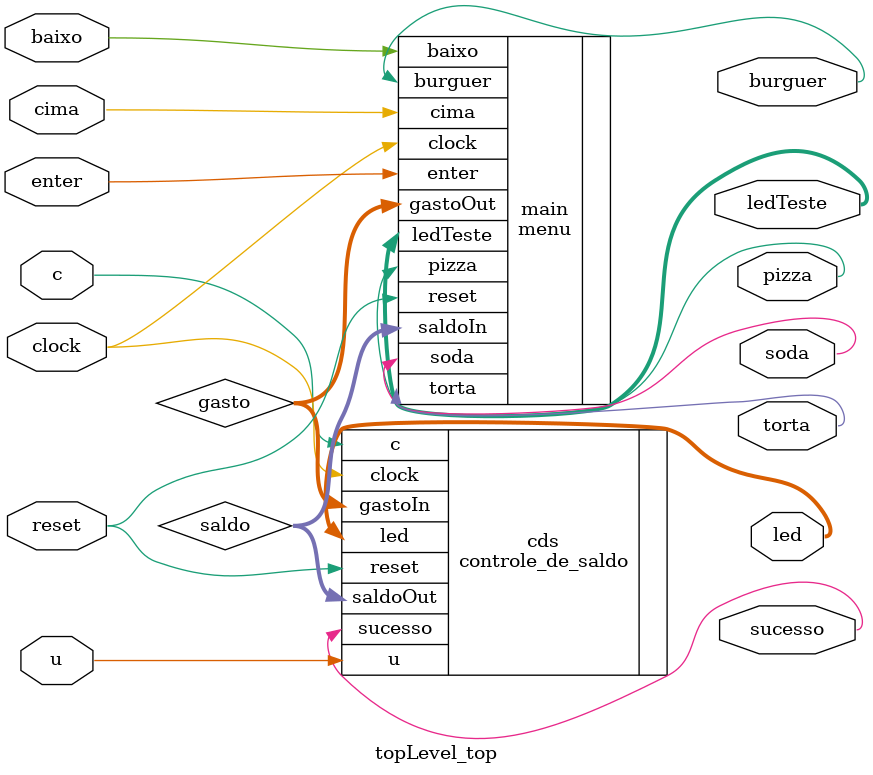
<source format=v>
module topLevel_top(
  input c, u, //    Botao 1, 2,
  input cima, baixo, enter, // Botao 3,4,5
  input clock, reset, // 50 MHz Clock
  
  output [9:0] led, // Led
  output [3:0] ledTeste,
  output sucesso,    // Parametro para afirmar se funcionou ou nao
  output pizza, burguer, torta, soda    // saidas da maquina
  );
	
wire [5:0] saldo, gasto;

controle_de_saldo cds(.c(c), .u(u), .clock(clock), .reset(reset), .gastoIn(gasto), 
								           .sucesso(sucesso), .led(led), .saldoOut(saldo));

menu main(.cima(cima), .baixo(baixo), .enter(enter), .clock(clock), .reset(reset), .saldoIn(saldo),
						  .pizza(pizza), .burguer(burguer), .torta(torta), .soda(soda), .gastoOut(gasto), .ledTeste(ledTeste));

endmodule
</source>
